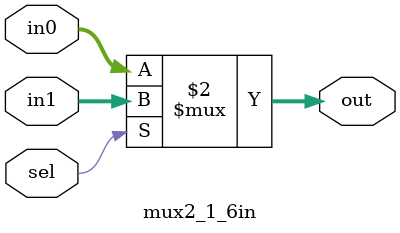
<source format=v>
module mux2_1_6in(in0,in1,sel,out);
input [4:0] in1,in0;
input sel;
output [4:0] out;

assign out=(sel==1)?in1:in0;

endmodule
</source>
